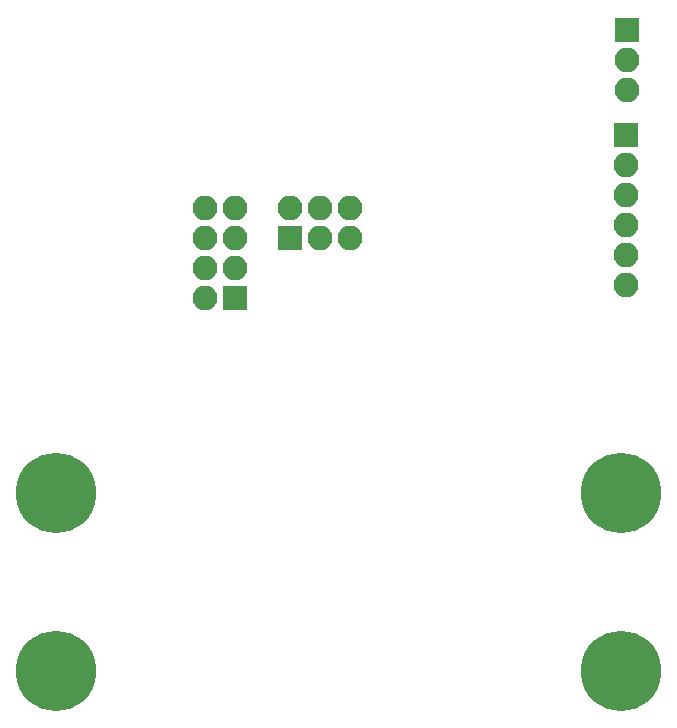
<source format=gbr>
G04 #@! TF.FileFunction,Soldermask,Bot*
%FSLAX46Y46*%
G04 Gerber Fmt 4.6, Leading zero omitted, Abs format (unit mm)*
G04 Created by KiCad (PCBNEW 4.0.1-stable) date 29-05-2017 19:13:36*
%MOMM*%
G01*
G04 APERTURE LIST*
%ADD10C,0.100000*%
%ADD11C,6.800000*%
%ADD12C,1.000000*%
%ADD13R,2.100000X2.100000*%
%ADD14O,2.100000X2.100000*%
G04 APERTURE END LIST*
D10*
D11*
X262778836Y-136144000D03*
D12*
X260378836Y-136144000D03*
X261081780Y-134446944D03*
X262778836Y-133744000D03*
X264475892Y-134446944D03*
X265178836Y-136144000D03*
X264475892Y-137841056D03*
X262778836Y-138544000D03*
X261081780Y-137841056D03*
D13*
X234759500Y-114566700D03*
D14*
X234759500Y-112026700D03*
X237299500Y-114566700D03*
X237299500Y-112026700D03*
X239839500Y-114566700D03*
X239839500Y-112026700D03*
D13*
X263232900Y-105829100D03*
D14*
X263232900Y-108369100D03*
X263232900Y-110909100D03*
X263232900Y-113449100D03*
X263232900Y-115989100D03*
X263232900Y-118529100D03*
D13*
X230085900Y-119646700D03*
D14*
X227545900Y-119646700D03*
X230085900Y-117106700D03*
X227545900Y-117106700D03*
X230085900Y-114566700D03*
X227545900Y-114566700D03*
X230085900Y-112026700D03*
X227545900Y-112026700D03*
D13*
X263271000Y-96901000D03*
D14*
X263271000Y-99441000D03*
X263271000Y-101981000D03*
D11*
X214964000Y-136144000D03*
D12*
X217364000Y-136144000D03*
X216661056Y-137841056D03*
X214964000Y-138544000D03*
X213266944Y-137841056D03*
X212564000Y-136144000D03*
X213266944Y-134446944D03*
X214964000Y-133744000D03*
X216661056Y-134446944D03*
D11*
X214964000Y-151144000D03*
D12*
X217364000Y-151144000D03*
X216661056Y-152841056D03*
X214964000Y-153544000D03*
X213266944Y-152841056D03*
X212564000Y-151144000D03*
X213266944Y-149446944D03*
X214964000Y-148744000D03*
X216661056Y-149446944D03*
D11*
X262778836Y-151144000D03*
D12*
X265178836Y-151144000D03*
X264475892Y-152841056D03*
X262778836Y-153544000D03*
X261081780Y-152841056D03*
X260378836Y-151144000D03*
X261081780Y-149446944D03*
X262778836Y-148744000D03*
X264475892Y-149446944D03*
M02*

</source>
